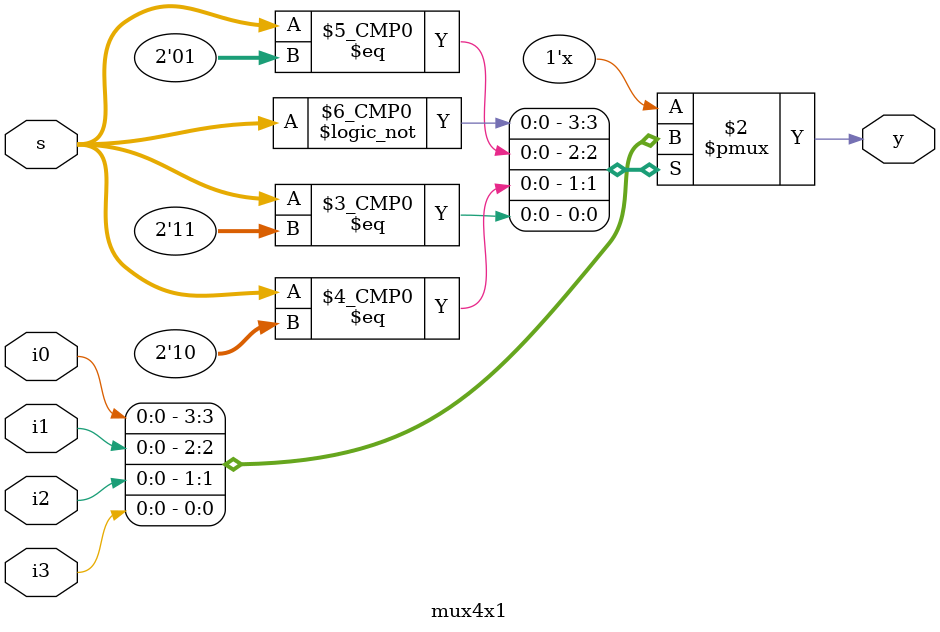
<source format=v>
module mux4x1(input i0,i1,i2,i3,input [1:0]s, output reg y ); 
	always @(*) begin
		case(s)
		2'b00 : y = i0;
		2'b01 : y = i1;
		2'b10 : y = i2;
		2'b11 : y = i3;
		endcase
	end
endmodule 


		

</source>
